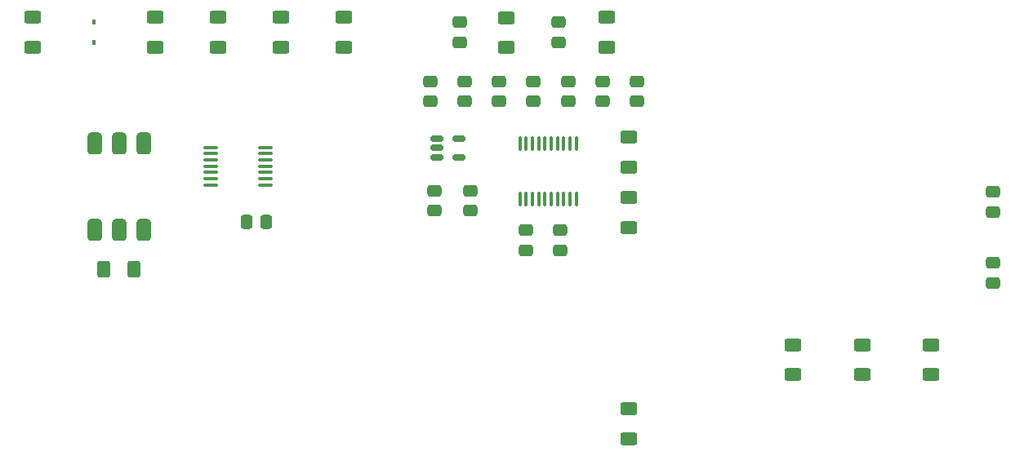
<source format=gbp>
G04 #@! TF.GenerationSoftware,KiCad,Pcbnew,6.0.11*
G04 #@! TF.CreationDate,2024-07-23T18:36:50-05:00*
G04 #@! TF.ProjectId,minidexed,6d696e69-6465-4786-9564-2e6b69636164,rev?*
G04 #@! TF.SameCoordinates,Original*
G04 #@! TF.FileFunction,Paste,Bot*
G04 #@! TF.FilePolarity,Positive*
%FSLAX46Y46*%
G04 Gerber Fmt 4.6, Leading zero omitted, Abs format (unit mm)*
G04 Created by KiCad (PCBNEW 6.0.11) date 2024-07-23 18:36:50*
%MOMM*%
%LPD*%
G01*
G04 APERTURE LIST*
G04 Aperture macros list*
%AMRoundRect*
0 Rectangle with rounded corners*
0 $1 Rounding radius*
0 $2 $3 $4 $5 $6 $7 $8 $9 X,Y pos of 4 corners*
0 Add a 4 corners polygon primitive as box body*
4,1,4,$2,$3,$4,$5,$6,$7,$8,$9,$2,$3,0*
0 Add four circle primitives for the rounded corners*
1,1,$1+$1,$2,$3*
1,1,$1+$1,$4,$5*
1,1,$1+$1,$6,$7*
1,1,$1+$1,$8,$9*
0 Add four rect primitives between the rounded corners*
20,1,$1+$1,$2,$3,$4,$5,0*
20,1,$1+$1,$4,$5,$6,$7,0*
20,1,$1+$1,$6,$7,$8,$9,0*
20,1,$1+$1,$8,$9,$2,$3,0*%
G04 Aperture macros list end*
%ADD10RoundRect,0.100000X-0.100000X0.637500X-0.100000X-0.637500X0.100000X-0.637500X0.100000X0.637500X0*%
%ADD11RoundRect,0.250000X0.337500X0.475000X-0.337500X0.475000X-0.337500X-0.475000X0.337500X-0.475000X0*%
%ADD12RoundRect,0.250000X0.475000X-0.337500X0.475000X0.337500X-0.475000X0.337500X-0.475000X-0.337500X0*%
%ADD13RoundRect,0.250000X0.625000X-0.400000X0.625000X0.400000X-0.625000X0.400000X-0.625000X-0.400000X0*%
%ADD14RoundRect,0.250000X-0.625000X0.400000X-0.625000X-0.400000X0.625000X-0.400000X0.625000X0.400000X0*%
%ADD15RoundRect,0.250000X-0.475000X0.337500X-0.475000X-0.337500X0.475000X-0.337500X0.475000X0.337500X0*%
%ADD16RoundRect,0.250000X-0.400000X-0.625000X0.400000X-0.625000X0.400000X0.625000X-0.400000X0.625000X0*%
%ADD17RoundRect,0.150000X-0.512500X-0.150000X0.512500X-0.150000X0.512500X0.150000X-0.512500X0.150000X0*%
%ADD18RoundRect,0.381000X-0.381000X0.762000X-0.381000X-0.762000X0.381000X-0.762000X0.381000X0.762000X0*%
%ADD19R,0.450000X0.600000*%
%ADD20RoundRect,0.100000X-0.637500X-0.100000X0.637500X-0.100000X0.637500X0.100000X-0.637500X0.100000X0*%
G04 APERTURE END LIST*
D10*
X154875000Y-84637500D03*
X155525000Y-84637500D03*
X156175000Y-84637500D03*
X156825000Y-84637500D03*
X157475000Y-84637500D03*
X158125000Y-84637500D03*
X158775000Y-84637500D03*
X159425000Y-84637500D03*
X160075000Y-84637500D03*
X160725000Y-84637500D03*
X160725000Y-90362500D03*
X160075000Y-90362500D03*
X159425000Y-90362500D03*
X158775000Y-90362500D03*
X158125000Y-90362500D03*
X157475000Y-90362500D03*
X156825000Y-90362500D03*
X156175000Y-90362500D03*
X155525000Y-90362500D03*
X154875000Y-90362500D03*
D11*
X128587500Y-92700000D03*
X126512500Y-92700000D03*
D12*
X163433330Y-80200000D03*
X163433330Y-78125000D03*
D13*
X183200000Y-108600000D03*
X183200000Y-105500000D03*
D14*
X104375200Y-71500000D03*
X104375200Y-74600000D03*
D15*
X148600000Y-72025000D03*
X148600000Y-74100000D03*
X203900000Y-96962500D03*
X203900000Y-99037500D03*
D12*
X203900000Y-91700000D03*
X203900000Y-89625000D03*
X167000000Y-80200000D03*
X167000000Y-78125000D03*
D13*
X166200000Y-93300000D03*
X166200000Y-90200000D03*
D16*
X111750000Y-97600000D03*
X114850000Y-97600000D03*
D14*
X130087040Y-71500000D03*
X130087040Y-74600000D03*
D13*
X197500000Y-108600000D03*
X197500000Y-105500000D03*
D14*
X166200000Y-112150000D03*
X166200000Y-115250000D03*
D13*
X190350000Y-108600000D03*
X190350000Y-105500000D03*
D15*
X146000000Y-89500000D03*
X146000000Y-91575000D03*
D13*
X153500000Y-74650000D03*
X153500000Y-71550000D03*
D14*
X136600000Y-71500000D03*
X136600000Y-74600000D03*
D15*
X159020000Y-93600000D03*
X159020000Y-95675000D03*
D17*
X146300000Y-86000000D03*
X146300000Y-85050000D03*
X146300000Y-84100000D03*
X148575000Y-84100000D03*
X148575000Y-86000000D03*
D15*
X149700000Y-89500000D03*
X149700000Y-91575000D03*
D18*
X110760000Y-84600000D03*
X113300000Y-84600000D03*
X115840000Y-84600000D03*
X115840000Y-93600000D03*
X113300000Y-93600000D03*
X110760000Y-93600000D03*
D19*
X110718160Y-74100000D03*
X110718160Y-72000000D03*
D12*
X145600000Y-80200000D03*
X145600000Y-78125000D03*
D20*
X122800000Y-88900000D03*
X122800000Y-88250000D03*
X122800000Y-87600000D03*
X122800000Y-86950000D03*
X122800000Y-86300000D03*
X122800000Y-85650000D03*
X122800000Y-85000000D03*
X128525000Y-85000000D03*
X128525000Y-85650000D03*
X128525000Y-86300000D03*
X128525000Y-86950000D03*
X128525000Y-87600000D03*
X128525000Y-88250000D03*
X128525000Y-88900000D03*
D12*
X152733332Y-80200000D03*
X152733332Y-78125000D03*
D13*
X166200000Y-87050000D03*
X166200000Y-83950000D03*
D15*
X158886666Y-72012500D03*
X158886666Y-74087500D03*
D14*
X123574080Y-71500000D03*
X123574080Y-74600000D03*
D12*
X156299998Y-80200000D03*
X156299998Y-78125000D03*
X159866664Y-80200000D03*
X159866664Y-78125000D03*
D14*
X117061120Y-71500000D03*
X117061120Y-74600000D03*
D13*
X163900000Y-74600000D03*
X163900000Y-71500000D03*
D12*
X149166666Y-80200000D03*
X149166666Y-78125000D03*
D15*
X155500000Y-93600000D03*
X155500000Y-95675000D03*
M02*

</source>
